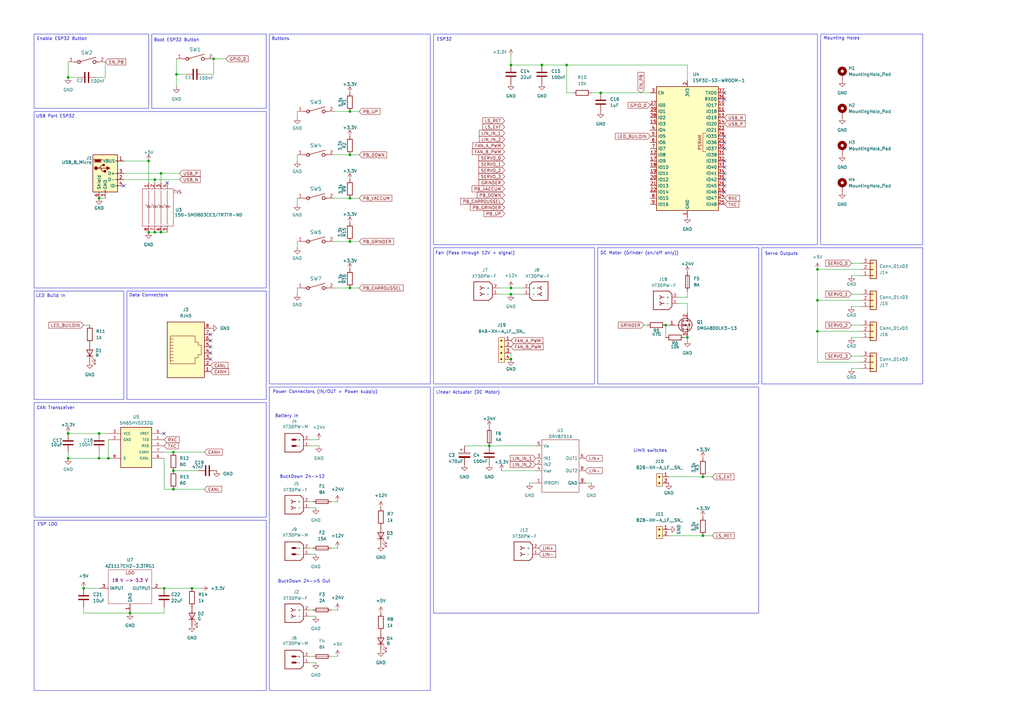
<source format=kicad_sch>
(kicad_sch (version 20231120) (generator "eeschema") (generator_version "8.0")
  (paper "A3")
  (title_block (title "Arm drive JL") (date "2024-07-07") (rev "0") (company "Philippe Michaud"))
  (junction (at 246.38 38.1))
  (junction (at 222.25 26.67))
  (junction (at 78.74 241.3))
  (junction (at 143.51 45.72))
  (junction (at 67.31 241.3))
  (junction (at 60.96 95.25))
  (junction (at 143.51 81.28))
  (junction (at 71.12 193.04))
  (junction (at 44.45 187.96))
  (junction (at 335.28 135.89))
  (junction (at 27.94 177.8))
  (junction (at 53.34 251.46))
  (junction (at 66.04 95.25))
  (junction (at 143.51 99.06))
  (junction (at 71.12 200.66))
  (junction (at 273.05 133.35))
  (junction (at 281.94 138.43))
  (junction (at 60.96 66.04))
  (junction (at 143.51 63.5))
  (junction (at 40.64 81.28))
  (junction (at 209.55 120.65))
  (junction (at 72.39 30.48))
  (junction (at 40.64 187.96))
  (junction (at 209.55 26.67))
  (junction (at 335.28 123.19))
  (junction (at 209.55 118.11))
  (junction (at 27.94 31.75))
  (junction (at 63.5 95.25))
  (junction (at 87.63 24.13))
  (junction (at 143.51 118.11))
  (junction (at 288.29 195.58))
  (junction (at 66.04 71.12))
  (junction (at 200.66 182.88))
  (junction (at 71.12 185.42))
  (junction (at 34.29 241.3))
  (junction (at 232.41 26.67))
  (junction (at 27.94 187.96))
  (junction (at 63.5 73.66))
  (junction (at 335.28 110.49))
  (junction (at 209.55 147.32))
  (junction (at 288.29 219.71))
  (junction (at 40.64 177.8))
  (no_connect (at 67.31 177.8))
  (no_connect (at 297.18 40.64))
  (no_connect (at 297.18 73.66))
  (no_connect (at 86.36 147.32))
  (no_connect (at 297.18 58.42))
  (no_connect (at 297.18 71.12))
  (no_connect (at 50.8 76.2))
  (no_connect (at 297.18 38.1))
  (no_connect (at 297.18 76.2))
  (no_connect (at 68.58 74.93))
  (no_connect (at 86.36 142.24))
  (no_connect (at 297.18 55.88))
  (no_connect (at 297.18 68.58))
  (no_connect (at 86.36 137.16))
  (no_connect (at 86.36 139.7))
  (no_connect (at 86.36 144.78))
  (no_connect (at 297.18 60.96))
  (no_connect (at 297.18 78.74))
  (no_connect (at 297.18 66.04))
  (wire (pts (xy 138.43 224.79) (xy 135.89 224.79)))
  (wire (pts (xy 27.94 31.75) (xy 31.75 31.75)))
  (wire (pts (xy 92.71 24.13) (xy 87.63 24.13)))
  (wire (pts (xy 143.51 45.72) (xy 137.16 45.72)))
  (wire (pts (xy 63.5 73.66) (xy 73.66 73.66)))
  (wire (pts (xy 242.57 38.1) (xy 246.38 38.1)))
  (wire (pts (xy 66.04 71.12) (xy 66.04 74.93)))
  (wire (pts (xy 200.66 182.88) (xy 219.71 182.88)))
  (wire (pts (xy 143.51 118.11) (xy 137.16 118.11)))
  (wire (pts (xy 205.74 193.04) (xy 219.71 193.04)))
  (wire (pts (xy 292.1 195.58) (xy 288.29 195.58)))
  (wire (pts (xy 281.94 26.67) (xy 281.94 33.02)))
  (wire (pts (xy 278.13 121.92) (xy 281.94 121.92)))
  (wire (pts (xy 129.54 208.28) (xy 127 208.28)))
  (wire (pts (xy 138.43 205.74) (xy 135.89 205.74)))
  (wire (pts (xy 44.45 180.34) (xy 44.45 187.96)))
  (wire (pts (xy 128.27 269.24) (xy 127 269.24)))
  (wire (pts (xy 281.94 119.38) (xy 281.94 121.92)))
  (wire (pts (xy 281.94 124.46) (xy 278.13 124.46)))
  (wire (pts (xy 129.54 227.33) (xy 127 227.33)))
  (wire (pts (xy 281.94 139.7) (xy 281.94 138.43)))
  (wire (pts (xy 353.06 133.35) (xy 349.25 133.35)))
  (wire (pts (xy 353.06 146.05) (xy 349.25 146.05)))
  (wire (pts (xy 335.28 110.49) (xy 335.28 123.19)))
  (wire (pts (xy 353.06 113.03) (xy 349.25 113.03)))
  (wire (pts (xy 72.39 35.56) (xy 72.39 30.48)))
  (wire (pts (xy 72.39 30.48) (xy 72.39 24.13)))
  (wire (pts (xy 209.55 144.78) (xy 209.55 147.32)))
  (wire (pts (xy 67.31 248.92) (xy 67.31 251.46)))
  (wire (pts (xy 121.92 101.6) (xy 121.92 99.06)))
  (wire (pts (xy 280.67 138.43) (xy 281.94 138.43)))
  (wire (pts (xy 190.5 182.88) (xy 200.66 182.88)))
  (wire (pts (xy 209.55 118.11) (xy 214.63 118.11)))
  (wire (pts (xy 121.92 48.26) (xy 121.92 45.72)))
  (wire (pts (xy 353.06 138.43) (xy 349.25 138.43)))
  (wire (pts (xy 66.04 71.12) (xy 73.66 71.12)))
  (wire (pts (xy 288.29 195.58) (xy 274.32 195.58)))
  (wire (pts (xy 209.55 26.67) (xy 222.25 26.67)))
  (wire (pts (xy 40.64 187.96) (xy 44.45 187.96)))
  (wire (pts (xy 60.96 66.04) (xy 60.96 74.93)))
  (wire (pts (xy 335.28 123.19) (xy 335.28 135.89)))
  (wire (pts (xy 50.8 71.12) (xy 66.04 71.12)))
  (wire (pts (xy 335.28 135.89) (xy 335.28 148.59)))
  (wire (pts (xy 34.29 241.3) (xy 40.64 241.3)))
  (wire (pts (xy 83.82 30.48) (xy 87.63 30.48)))
  (wire (pts (xy 217.17 198.12) (xy 219.71 198.12)))
  (wire (pts (xy 67.31 251.46) (xy 53.34 251.46)))
  (wire (pts (xy 273.05 133.35) (xy 273.05 138.43)))
  (wire (pts (xy 246.38 38.1) (xy 266.7 38.1)))
  (wire (pts (xy 222.25 26.67) (xy 232.41 26.67)))
  (wire (pts (xy 281.94 124.46) (xy 281.94 128.27)))
  (wire (pts (xy 87.63 30.48) (xy 87.63 24.13)))
  (wire (pts (xy 335.28 110.49) (xy 353.06 110.49)))
  (wire (pts (xy 71.12 200.66) (xy 67.31 200.66)))
  (wire (pts (xy 34.29 248.92) (xy 34.29 251.46)))
  (wire (pts (xy 204.47 118.11) (xy 209.55 118.11)))
  (wire (pts (xy 121.92 83.82) (xy 121.92 81.28)))
  (wire (pts (xy 274.32 219.71) (xy 288.29 219.71)))
  (wire (pts (xy 121.92 66.04) (xy 121.92 63.5)))
  (wire (pts (xy 82.55 241.3) (xy 78.74 241.3)))
  (wire (pts (xy 83.82 185.42) (xy 71.12 185.42)))
  (wire (pts (xy 353.06 107.95) (xy 349.25 107.95)))
  (wire (pts (xy 128.27 250.19) (xy 127 250.19)))
  (wire (pts (xy 121.92 120.65) (xy 121.92 118.11)))
  (wire (pts (xy 137.16 99.06) (xy 143.51 99.06)))
  (wire (pts (xy 137.16 63.5) (xy 143.51 63.5)))
  (wire (pts (xy 53.34 251.46) (xy 34.29 251.46)))
  (wire (pts (xy 67.31 200.66) (xy 67.31 187.96)))
  (wire (pts (xy 281.94 26.67) (xy 232.41 26.67)))
  (wire (pts (xy 353.06 125.73) (xy 349.25 125.73)))
  (wire (pts (xy 40.64 81.28) (xy 43.18 81.28)))
  (wire (pts (xy 27.94 25.4) (xy 27.94 31.75)))
  (wire (pts (xy 36.83 133.35) (xy 34.29 133.35)))
  (wire (pts (xy 78.74 241.3) (xy 67.31 241.3)))
  (wire (pts (xy 292.1 219.71) (xy 288.29 219.71)))
  (wire (pts (xy 66.04 95.25) (xy 68.58 95.25)))
  (wire (pts (xy 204.47 120.65) (xy 209.55 120.65)))
  (wire (pts (xy 128.27 205.74) (xy 127 205.74)))
  (wire (pts (xy 83.82 200.66) (xy 71.12 200.66)))
  (wire (pts (xy 128.27 224.79) (xy 127 224.79)))
  (wire (pts (xy 67.31 185.42) (xy 71.12 185.42)))
  (wire (pts (xy 127 182.88) (xy 130.81 182.88)))
  (wire (pts (xy 138.43 250.19) (xy 135.89 250.19)))
  (wire (pts (xy 335.28 135.89) (xy 353.06 135.89)))
  (wire (pts (xy 60.96 95.25) (xy 63.5 95.25)))
  (wire (pts (xy 43.18 31.75) (xy 43.18 25.4)))
  (wire (pts (xy 242.57 198.12) (xy 240.03 198.12)))
  (wire (pts (xy 138.43 269.24) (xy 135.89 269.24)))
  (wire (pts (xy 129.54 271.78) (xy 127 271.78)))
  (wire (pts (xy 27.94 187.96) (xy 40.64 187.96)))
  (wire (pts (xy 40.64 177.8) (xy 44.45 177.8)))
  (wire (pts (xy 27.94 177.8) (xy 40.64 177.8)))
  (wire (pts (xy 39.37 31.75) (xy 43.18 31.75)))
  (wire (pts (xy 143.51 81.28) (xy 137.16 81.28)))
  (wire (pts (xy 264.16 133.35) (xy 265.43 133.35)))
  (wire (pts (xy 130.81 180.34) (xy 127 180.34)))
  (wire (pts (xy 27.94 185.42) (xy 27.94 187.96)))
  (wire (pts (xy 232.41 26.67) (xy 232.41 38.1)))
  (wire (pts (xy 147.32 81.28) (xy 143.51 81.28)))
  (wire (pts (xy 50.8 66.04) (xy 60.96 66.04)))
  (wire (pts (xy 232.41 38.1) (xy 234.95 38.1)))
  (wire (pts (xy 353.06 120.65) (xy 349.25 120.65)))
  (wire (pts (xy 81.28 193.04) (xy 71.12 193.04)))
  (wire (pts (xy 353.06 151.13) (xy 349.25 151.13)))
  (wire (pts (xy 209.55 120.65) (xy 214.63 120.65)))
  (wire (pts (xy 63.5 73.66) (xy 63.5 74.93)))
  (wire (pts (xy 143.51 63.5) (xy 147.32 63.5)))
  (wire (pts (xy 335.28 148.59) (xy 353.06 148.59)))
  (wire (pts (xy 129.54 252.73) (xy 127 252.73)))
  (wire (pts (xy 209.55 22.86) (xy 209.55 26.67)))
  (wire (pts (xy 143.51 99.06) (xy 147.32 99.06)))
  (wire (pts (xy 50.8 73.66) (xy 63.5 73.66)))
  (wire (pts (xy 147.32 118.11) (xy 143.51 118.11)))
  (wire (pts (xy 335.28 123.19) (xy 353.06 123.19)))
  (wire (pts (xy 40.64 185.42) (xy 40.64 187.96)))
  (wire (pts (xy 67.31 241.3) (xy 66.04 241.3)))
  (wire (pts (xy 147.32 45.72) (xy 143.51 45.72)))
  (wire (pts (xy 273.05 133.35) (xy 274.32 133.35)))
  (wire (pts (xy 63.5 95.25) (xy 66.04 95.25)))
  (wire (pts (xy 76.2 30.48) (xy 72.39 30.48)))
  (rectangle (start 110.49 13.97) (end 176.53 157.48))
  (rectangle (start 62.23 13.97) (end 109.22 44.45))
  (rectangle (start 13.97 119.38) (end 50.8 163.83))
  (rectangle (start 177.8 13.97) (end 335.28 100.33))
  (rectangle (start 110.49 158.75) (end 176.53 283.21))
  (rectangle (start 336.55 13.97) (end 378.46 100.33))
  (rectangle (start 245.11 101.6) (end 311.15 157.48))
  (rectangle (start 13.97 45.72) (end 109.22 118.11))
  (rectangle (start 13.97 13.97) (end 60.96 44.45))
  (rectangle (start 177.8 101.6) (end 243.84 157.48))
  (rectangle (start 13.97 165.1) (end 109.22 212.09))
  (rectangle (start 177.8 158.75) (end 311.15 251.46))
  (rectangle (start 52.07 119.38) (end 109.22 163.83))
  (rectangle (start 13.97 213.36) (end 109.22 283.21))
  (rectangle (start 312.42 101.6) (end 378.46 157.48))
  (text "Boot ESP32 Button" (at 72.39 16.51 0) (effects (font (size 1.27 1.27))))
  (text "LED Build In" (at 14.732 121.412 0) (effects (font (size 1.27 1.27)) (justify left)))
  (text "Enable ESP32 Button" (at 25.4 16.002 0) (effects (font (size 1.27 1.27))))
  (text "Servo Outputs" (at 313.69 104.14 0) (effects (font (size 1.27 1.27)) (justify left)))
  (text "CAN Transceiver" (at 14.986 167.386 0) (effects (font (size 1.27 1.27)) (justify left)))
  (text "Limit switches" (at 266.7 184.912 0) (effects (font (size 1.27 1.27))))
  (text "DC Motor (Grinder (on/off only))" (at 246.126 103.886 0) (effects (font (size 1.27 1.27)) (justify left)))
  (text "Power Connectors (IN/OUT + Power supply)" (at 133.35 160.782 0) (effects (font (size 1.27 1.27))))
  (text "ESP LDO" (at 15.24 215.138 0) (effects (font (size 1.27 1.27)) (justify left)))
  (text "Buttons" (at 115.062 16.002 0) (effects (font (size 1.27 1.27))))
  (text "Data Connectors" (at 60.96 121.158 0) (effects (font (size 1.27 1.27))))
  (text "BuckDown 24->12" (at 123.952 195.58 0) (effects (font (size 1.27 1.27))))
  (text "BuckDown 24->5 Out" (at 124.714 238.506 0) (effects (font (size 1.27 1.27))))
  (text "Mounting Holes" (at 345.186 15.748 0) (effects (font (size 1.27 1.27))))
  (text "USB Port ESP32" (at 14.732 47.752 0) (effects (font (size 1.27 1.27)) (justify left)))
  (text "Fan (Pass through 12V + signal)" (at 178.562 103.886 0) (effects (font (size 1.27 1.27)) (justify left)))
  (text "Battery In" (at 117.602 170.688 0) (effects (font (size 1.27 1.27))))
  (text "Linear Actuator (DC Motor)" (at 178.816 161.036 0) (effects (font (size 1.27 1.27)) (justify left)))
  (text "ESP32" (at 179.07 16.256 0) (effects (font (size 1.27 1.27)) (justify left)))
  (global_label "CANH" (shape input) (at 86.36 152.4 0) (property "Intersheetrefs" "${INTERSHEET_REFS}" (effects (hide yes))))
  (global_label "GRINDER" (shape input) (at 264.16 133.35 180) (property "Intersheetrefs" "${INTERSHEET_REFS}" (effects (hide yes))))
  (global_label "PB_UP" (shape input) (at 147.32 45.72 0) (property "Intersheetrefs" "${INTERSHEET_REFS}" (effects (hide yes))))
  (global_label "SERVO_0" (shape input) (at 349.25 107.95 180) (property "Intersheetrefs" "${INTERSHEET_REFS}" (effects (hide yes))))
  (global_label "PB_CARROUSSEL" (shape input) (at 147.32 118.11 0) (property "Intersheetrefs" "${INTERSHEET_REFS}" (effects (hide yes))))
  (global_label "PB_DOWN" (shape input) (at 207.01 80.01 180) (property "Intersheetrefs" "${INTERSHEET_REFS}" (effects (hide yes))))
  (global_label "PB_DOWN" (shape input) (at 147.32 63.5 0) (property "Intersheetrefs" "${INTERSHEET_REFS}" (effects (hide yes))))
  (global_label "PB_VACCUM" (shape input) (at 207.01 77.47 180) (property "Intersheetrefs" "${INTERSHEET_REFS}" (effects (hide yes))))
  (global_label "LS_RET" (shape input) (at 207.01 49.53 180) (property "Intersheetrefs" "${INTERSHEET_REFS}" (effects (hide yes))))
  (global_label "PB_VACCUM" (shape input) (at 147.32 81.28 0) (property "Intersheetrefs" "${INTERSHEET_REFS}" (effects (hide yes))))
  (global_label "SERVO_1" (shape input) (at 207.01 67.31 180) (property "Intersheetrefs" "${INTERSHEET_REFS}" (effects (hide yes))))
  (global_label "RXC" (shape input) (at 297.18 81.28 0) (property "Intersheetrefs" "${INTERSHEET_REFS}" (effects (hide yes))))
  (global_label "LS_RET" (shape input) (at 292.1 219.71 0) (property "Intersheetrefs" "${INTERSHEET_REFS}" (effects (hide yes))))
  (global_label "USB_N" (shape input) (at 297.18 48.26 0) (property "Intersheetrefs" "${INTERSHEET_REFS}" (effects (hide yes))))
  (global_label "PB_GRINDER" (shape input) (at 207.01 85.09 180) (property "Intersheetrefs" "${INTERSHEET_REFS}" (effects (hide yes))))
  (global_label "USB_P" (shape input) (at 73.66 71.12 0) (property "Intersheetrefs" "${INTERSHEET_REFS}" (effects (hide yes))))
  (global_label "FAN_B_PWM" (shape input) (at 209.55 142.24 0) (property "Intersheetrefs" "${INTERSHEET_REFS}" (effects (hide yes))))
  (global_label "CANL" (shape input) (at 83.82 200.66 0) (property "Intersheetrefs" "${INTERSHEET_REFS}" (effects (hide yes))))
  (global_label "FAN_A_PWM" (shape input) (at 207.01 59.69 180) (property "Intersheetrefs" "${INTERSHEET_REFS}" (effects (hide yes))))
  (global_label "LIN_IN_1" (shape input) (at 219.71 187.96 180) (property "Intersheetrefs" "${INTERSHEET_REFS}" (effects (hide yes))))
  (global_label "CANL" (shape input) (at 86.36 149.86 0) (property "Intersheetrefs" "${INTERSHEET_REFS}" (effects (hide yes))))
  (global_label "SERVO_3" (shape input) (at 207.01 72.39 180) (property "Intersheetrefs" "${INTERSHEET_REFS}" (effects (hide yes))))
  (global_label "LIN_IN_2" (shape input) (at 219.71 190.5 180) (property "Intersheetrefs" "${INTERSHEET_REFS}" (effects (hide yes))))
  (global_label "SERVO_0" (shape input) (at 207.01 64.77 180) (property "Intersheetrefs" "${INTERSHEET_REFS}" (effects (hide yes))))
  (global_label "GPIO_0" (shape input) (at 92.71 24.13 0) (property "Intersheetrefs" "${INTERSHEET_REFS}" (effects (hide yes))))
  (global_label "FAN_A_PWM" (shape input) (at 209.55 139.7 0) (property "Intersheetrefs" "${INTERSHEET_REFS}" (effects (hide yes))))
  (global_label "RXC" (shape input) (at 67.31 180.34 0) (property "Intersheetrefs" "${INTERSHEET_REFS}" (effects (hide yes))))
  (global_label "SERVO_3" (shape input) (at 349.25 146.05 180) (property "Intersheetrefs" "${INTERSHEET_REFS}" (effects (hide yes))))
  (global_label "GPIO_0" (shape input) (at 266.7 43.18 180) (property "Intersheetrefs" "${INTERSHEET_REFS}" (effects (hide yes))))
  (global_label "LIN-" (shape input) (at 240.03 193.04 0) (property "Intersheetrefs" "${INTERSHEET_REFS}" (effects (hide yes))))
  (global_label "SERVO_1" (shape input) (at 349.25 120.65 180) (property "Intersheetrefs" "${INTERSHEET_REFS}" (effects (hide yes))))
  (global_label "LIN_IN_1" (shape input) (at 207.01 54.61 180) (property "Intersheetrefs" "${INTERSHEET_REFS}" (effects (hide yes))))
  (global_label "PB_UP" (shape input) (at 207.01 87.63 180) (property "Intersheetrefs" "${INTERSHEET_REFS}" (effects (hide yes))))
  (global_label "LS_EXT" (shape input) (at 207.01 52.07 180) (property "Intersheetrefs" "${INTERSHEET_REFS}" (effects (hide yes))))
  (global_label "LED_BUILDIN" (shape input) (at 34.29 133.35 180) (property "Intersheetrefs" "${INTERSHEET_REFS}" (effects (hide yes))))
  (global_label "TXC" (shape input) (at 67.31 182.88 0) (property "Intersheetrefs" "${INTERSHEET_REFS}" (effects (hide yes))))
  (global_label "USB_N" (shape input) (at 73.66 73.66 0) (property "Intersheetrefs" "${INTERSHEET_REFS}" (effects (hide yes))))
  (global_label "EN_PB" (shape input) (at 43.18 25.4 0) (property "Intersheetrefs" "${INTERSHEET_REFS}" (effects (hide yes))))
  (global_label "LIN+" (shape input) (at 240.03 187.96 0) (property "Intersheetrefs" "${INTERSHEET_REFS}" (effects (hide yes))))
  (global_label "EN_PB" (shape input) (at 262.89 38.1 90) (property "Intersheetrefs" "${INTERSHEET_REFS}" (effects (hide yes))))
  (global_label "PB_GRINDER" (shape input) (at 147.32 99.06 0) (property "Intersheetrefs" "${INTERSHEET_REFS}" (effects (hide yes))))
  (global_label "LIN_IN_2" (shape input) (at 207.01 57.15 180) (property "Intersheetrefs" "${INTERSHEET_REFS}" (effects (hide yes))))
  (global_label "SERVO_2" (shape input) (at 207.01 69.85 180) (property "Intersheetrefs" "${INTERSHEET_REFS}" (effects (hide yes))))
  (global_label "LS_EXT" (shape input) (at 292.1 195.58 0) (property "Intersheetrefs" "${INTERSHEET_REFS}" (effects (hide yes))))
  (global_label "PB_CARROUSSEL" (shape input) (at 207.01 82.55 180) (property "Intersheetrefs" "${INTERSHEET_REFS}" (effects (hide yes))))
  (global_label "CANH" (shape input) (at 83.82 185.42 0) (property "Intersheetrefs" "${INTERSHEET_REFS}" (effects (hide yes))))
  (global_label "TXC" (shape input) (at 297.18 83.82 0) (property "Intersheetrefs" "${INTERSHEET_REFS}" (effects (hide yes))))
  (global_label "LED_BUILDIN" (shape input) (at 266.7 55.88 180) (property "Intersheetrefs" "${INTERSHEET_REFS}" (effects (hide yes))))
  (global_label "SERVO_2" (shape input) (at 349.25 133.35 180) (property "Intersheetrefs" "${INTERSHEET_REFS}" (effects (hide yes))))
  (global_label "USB_P" (shape input) (at 297.18 50.8 0) (property "Intersheetrefs" "${INTERSHEET_REFS}" (effects (hide yes))))
  (global_label "GRINDER" (shape input) (at 207.01 74.93 180) (property "Intersheetrefs" "${INTERSHEET_REFS}" (effects (hide yes))))
  (global_label "LIN-" (shape input) (at 220.98 227.33 0) (property "Intersheetrefs" "${INTERSHEET_REFS}" (effects (hide yes))))
  (global_label "FAN_B_PWM" (shape input) (at 207.01 62.23 180) (property "Intersheetrefs" "${INTERSHEET_REFS}" (effects (hide yes))))
  (global_label "LIN+" (shape input) (at 220.98 224.79 0) (property "Intersheetrefs" "${INTERSHEET_REFS}" (effects (hide yes))))
  (symbol (lib_id "power:+3.3V") (at 143.51 55.88 0) (unit 1)
    (property "Reference" "#PWR06" (effects (hide yes)))
    (property "Value" "+3.3V" (at 143.51 52.324 0))
    (property "Description" "Power symbol creates a global label with name \"+3.3V\"" (effects (hide yes)))
  )
  (symbol (lib_id "Device:C") (at 27.94 181.61 0) (unit 1)
    (property "Reference" "C17" (at 21.59 180.594 0) (effects (justify left)))
    (property "Value" "10uF" (at 20.828 182.372 0) (effects (justify left)))
    (property "Footprint" "Capacitor_SMD:C_0805_2012Metric_Pad1.18x1.45mm_HandSolder" (effects (hide yes)))
    (property "Description" "Unpolarized capacitor" (effects (hide yes)))
  )
  (symbol (lib_id "power:GND") (at 129.54 271.78 0) (unit 1)
    (property "Reference" "#PWR021" (effects (hide yes)))
    (property "Value" "GND" (at 129.54 276.86 0))
    (property "Description" "Power symbol creates a global label with name \"GND\" , ground" (effects (hide yes)))
  )
  (symbol (lib_id "power:GND") (at 27.94 31.75 0) (unit 1)
    (property "Reference" "#PWR02" (effects (hide yes)))
    (property "Value" "GND" (at 27.94 36.83 0))
    (property "Description" "Power symbol creates a global label with name \"GND\" , ground" (effects (hide yes)))
  )
  (symbol (lib_id "Device:LED") (at 156.21 262.89 90) (unit 1)
    (property "Reference" "D4" (at 158.496 261.874 90) (effects (justify right)))
    (property "Value" "B" (at 158.496 263.906 90) (effects (justify right)))
    (property "Footprint" "LED_SMD:LED_0805_2012Metric_Pad1.15x1.40mm_HandSolder" (effects (hide yes)))
    (property "Datasheet" "https://www.we-online.com/components/products/datasheet/150080SS75000.pdf" (effects (hide yes)))
    (property "Description" "Light emitting diode | 150080SS75000" (effects (hide yes)))
  )
  (symbol (lib_id "power:GND") (at 242.57 198.12 0) (unit 1)
    (property "Reference" "#PWR052" (effects (hide yes)))
    (property "Value" "GND" (at 242.57 203.2 0))
    (property "Description" "Power symbol creates a global label with name \"GND\" , ground" (effects (hide yes)))
  )
  (symbol (lib_id "Device:R") (at 143.51 59.69 180) (unit 1)
    (property "Reference" "R2" (at 141.224 59.69 90))
    (property "Value" "3.3k" (at 139.446 59.69 90))
    (property "Footprint" "Resistor_SMD:R_0805_2012Metric_Pad1.20x1.40mm_HandSolder" (effects (hide yes)))
    (property "Description" "Resistor" (effects (hide yes)))
  )
  (symbol (lib_id "power:GND") (at 129.54 227.33 0) (unit 1)
    (property "Reference" "#PWR012" (effects (hide yes)))
    (property "Value" "GND" (at 129.54 232.41 0))
    (property "Description" "Power symbol creates a global label with name \"GND\" , ground" (effects (hide yes)))
  )
  (symbol (lib_id "power:GND") (at 88.9 193.04 0) (unit 1)
    (property "Reference" "#PWR032" (effects (hide yes)))
    (property "Value" "GND" (at 91.44 194.3099 0) (effects (justify left)))
    (property "Description" "Power symbol creates a global label with name \"GND\" , ground" (effects (hide yes)))
  )
  (symbol (lib_id "power:+3.3V") (at 82.55 241.3 270) (unit 1)
    (property "Reference" "#PWR040" (effects (hide yes)))
    (property "Value" "+3.3V" (at 86.36 241.2999 90) (effects (justify left)))
    (property "Description" "Power symbol creates a global label with name \"+3.3V\"" (effects (hide yes)))
  )
  (symbol (lib_id "power:GND") (at 60.96 95.25 0) (unit 1)
    (property "Reference" "#PWR018" (effects (hide yes)))
    (property "Value" "GND" (at 60.96 100.33 0))
    (property "Description" "Power symbol creates a global label with name \"GND\" , ground" (effects (hide yes)))
  )
  (symbol (lib_id "XT30PW-M:XT30PW-M") (at 124.46 269.24 0) (unit 1)
    (property "Reference" "J6" (at 120.65 261.62 0))
    (property "Value" "XT30PW-M" (at 121.158 263.906 0))
    (property "Footprint" "Connector_AMASS:AMASS_XT30PW-M_1x02_P2.50mm_Horizontal" (effects (hide yes)))
    (property "MF" "AMASS" (effects (hide yes)))
    (property "MAXIMUM_PACKAGE_HEIGHT" "5 mm" (effects (hide yes)))
    (property "Package" "None" (effects (hide yes)))
    (property "Price" "None" (effects (hide yes)))
    (property "Check_prices" "https://www.snapeda.com/parts/XT30PW-M/AMASS/view-part/?ref=eda" (effects (hide yes)))
    (property "STANDARD" "Manufacturer Recommendations" (effects (hide yes)))
    (property "PARTREV" "1.2" (effects (hide yes)))
    (property "SnapEDA_Link" "https://www.snapeda.com/parts/XT30PW-M/AMASS/view-part/?ref=snap" (effects (hide yes)))
    (property "MP" "XT30PW-M" (effects (hide yes)))
    (property "Description_1" "\nSocket; DC supply; XT30; male; PIN: 2; on PCBs; THT; Colour: yellow\n" (effects (hide yes)))
    (property "MANUFACTURER" "Amass" (effects (hide yes)))
    (property "Availability" "Not in stock" (effects (hide yes)))
    (property "SNAPEDA_PN" "XT30PW-M" (effects (hide yes)))
  )
  (symbol (lib_id "Custom:TVS_-_150-SMDB03CE3/TR7TR-ND") (at 64.77 85.09 0) (unit 1)
    (property "Reference" "U3" (at 71.882 86.106 0) (effects (justify left)))
    (property "Value" "150-SMDB03CE3/TR7TR-ND" (at 71.628 88.138 0) (effects (justify left)))
    (property "Footprint" "Package_SO:SOIC-8-1EP_3.9x4.9mm_P1.27mm_EP2.29x3mm" (effects (hide yes)))
    (property "Datasheet" "150-SMDB03CE3/TR7TR-ND" (effects (hide yes)))
  )
  (symbol (lib_id "Device:R") (at 288.29 191.77 0) (mirror x) (unit 1)
    (property "Reference" "R3" (at 286.004 191.77 90))
    (property "Value" "3.3k" (at 284.48 191.77 90))
    (property "Footprint" "Resistor_SMD:R_0805_2012Metric_Pad1.20x1.40mm_HandSolder" (effects (hide yes)))
    (property "Description" "Resistor" (effects (hide yes)))
  )
  (symbol (lib_id "power:+7.5V") (at 27.94 177.8 0) (unit 1)
    (property "Reference" "#PWR030" (effects (hide yes)))
    (property "Value" "+3.3V" (at 27.94 174.244 0))
    (property "Description" "Power symbol creates a global label with name \"+7.5V\"" (effects (hide yes)))
  )
  (symbol (lib_id "power:+3.3V") (at 143.51 38.1 0) (unit 1)
    (property "Reference" "#PWR01" (effects (hide yes)))
    (property "Value" "+3.3V" (at 143.51 34.544 0))
    (property "Description" "Power symbol creates a global label with name \"+3.3V\"" (effects (hide yes)))
  )
  (symbol (lib_id "Device:C") (at 67.31 245.11 0) (unit 1)
    (property "Reference" "C22" (at 70.104 243.84 0) (effects (justify left)))
    (property "Value" "22uF" (at 70.104 246.38 0) (effects (justify left)))
    (property "Footprint" "Capacitor_SMD:C_0805_2012Metric_Pad1.18x1.45mm_HandSolder" (effects (hide yes)))
    (property "Description" "Unpolarized capacitor" (effects (hide yes)))
  )
  (symbol (lib_id "power:+3.3V") (at 288.29 187.96 0) (unit 1)
    (property "Reference" "#PWR037" (effects (hide yes)))
    (property "Value" "+3.3V" (at 288.29 184.404 0))
    (property "Description" "Power symbol creates a global label with name \"+3.3V\"" (effects (hide yes)))
  )
  (symbol (lib_id "Device:R") (at 238.76 38.1 90) (unit 1)
    (property "Reference" "R10" (at 238.76 31.75 90))
    (property "Value" "10k" (at 238.76 34.29 90))
    (property "Footprint" "Resistor_SMD:R_0805_2012Metric_Pad1.20x1.40mm_HandSolder" (effects (hide yes)))
    (property "Description" "Resistor" (effects (hide yes)))
  )
  (symbol (lib_id "Device:R") (at 143.51 114.3 0) (unit 1)
    (property "Reference" "R16" (at 141.224 114.3 90))
    (property "Value" "3.3k" (at 139.7 114.3 90))
    (property "Footprint" "Resistor_SMD:R_0805_2012Metric_Pad1.20x1.40mm_HandSolder" (effects (hide yes)))
    (property "Description" "Resistor" (effects (hide yes)))
  )
  (symbol (lib_id "Device:C") (at 40.64 181.61 0) (unit 1)
    (property "Reference" "C18" (at 34.29 180.594 0) (effects (justify left)))
    (property "Value" "100nF" (at 32.258 182.372 0) (effects (justify left)))
    (property "Footprint" "Capacitor_SMD:C_0805_2012Metric_Pad1.18x1.45mm_HandSolder" (effects (hide yes)))
    (property "Description" "Unpolarized capacitor" (effects (hide yes)))
  )
  (symbol (lib_id "power:GND") (at 222.25 34.29 0) (unit 1)
    (property "Reference" "#PWR023" (effects (hide yes)))
    (property "Value" "GND" (at 222.25 39.37 0))
    (property "Description" "Power symbol creates a global label with name \"GND\" , ground" (effects (hide yes)))
  )
  (symbol (lib_id "power:GND") (at 209.55 34.29 0) (unit 1)
    (property "Reference" "#PWR022" (effects (hide yes)))
    (property "Value" "GND" (at 209.55 39.37 0))
    (property "Description" "Power symbol creates a global label with name \"GND\" , ground" (effects (hide yes)))
  )
  (symbol (lib_id "Transistor_FET:RS9N50D") (at 279.4 133.35 0) (unit 1)
    (property "Reference" "Q1" (at 285.75 132.0799 0) (effects (justify left)))
    (property "Value" "DMG4800LK3-13" (at 285.75 134.6199 0) (effects (justify left)))
    (property "Footprint" "Package_TO_SOT_SMD:TO-252-2" (effects (hide yes)))
    (property "Description" "30V, 10A (Ta) " (effects (hide yes)))
  )
  (symbol (lib_id "Device:C") (at 246.38 41.91 0) (unit 1)
    (property "Reference" "C16" (at 250.19 40.6399 0) (effects (justify left)))
    (property "Value" "1uF" (at 250.19 43.1799 0) (effects (justify left)))
    (property "Footprint" "Capacitor_SMD:C_0805_2012Metric_Pad1.18x1.45mm_HandSolder" (effects (hide yes)))
    (property "Description" "Unpolarized capacitor" (effects (hide yes)))
  )
  (symbol (lib_id "Device:Fuse") (at 132.08 224.79 90) (unit 1)
    (property "Reference" "F2" (at 132.08 218.44 90))
    (property "Value" "15A" (at 132.08 220.98 90))
    (property "Footprint" "3568-20:FUSE_3568-20" (effects (hide yes)))
    (property "Description" "Fuse" (effects (hide yes)))
  )
  (symbol (lib_id "power:GND") (at 217.17 198.12 0) (unit 1)
    (property "Reference" "#PWR051" (effects (hide yes)))
    (property "Value" "GND" (at 217.17 203.2 0))
    (property "Description" "Power symbol creates a global label with name \"GND\" , ground" (effects (hide yes)))
  )
  (symbol (lib_id "power:+5V") (at 156.21 251.46 0) (unit 1)
    (property "Reference" "#PWR059" (effects (hide yes)))
    (property "Value" "+5V" (at 156.21 246.38 0))
    (property "Description" "Power symbol creates a global label with name \"+5V\"" (effects (hide yes)))
  )
  (symbol (lib_id "Device:Fuse") (at 132.08 205.74 90) (unit 1)
    (property "Reference" "F1" (at 132.08 199.39 90))
    (property "Value" "8A" (at 132.08 201.93 90))
    (property "Footprint" "3568-20:FUSE_3568-20" (effects (hide yes)))
    (property "Description" "Fuse" (effects (hide yes)))
  )
  (symbol (lib_id "Connector_Generic:Conn_01x03") (at 358.14 123.19 0) (mirror x) (unit 1)
    (property "Reference" "J15" (at 360.68 124.4601 0) (effects (justify left)))
    (property "Value" "Conn_01x03" (at 360.68 121.9201 0) (effects (justify left)))
    (property "Footprint" "Connector_PinHeader_2.54mm:PinHeader_1x03_P2.54mm_Vertical" (effects (hide yes)))
    (property "Description" "Generic connector, single row, 01x03, script generated (kicad-library-utils/schlib/autogen/connector/)" (effects (hide yes)))
  )
  (symbol (lib_id "Device:LED") (at 36.83 144.78 90) (unit 1)
    (property "Reference" "D1" (at 39.116 143.764 90) (effects (justify right)))
    (property "Value" "R" (at 39.116 145.796 90) (effects (justify right)))
    (property "Footprint" "LED_SMD:LED_0805_2012Metric_Pad1.15x1.40mm_HandSolder" (effects (hide yes)))
    (property "Datasheet" "https://www.we-online.com/components/products/datasheet/150080SS75000.pdf" (effects (hide yes)))
    (property "Description" "Light emitting diode | 150080SS75000" (effects (hide yes)))
  )
  (symbol (lib_id "RF_Module:ESP32-S3-WROOM-1") (at 281.94 60.96 0) (unit 1)
    (property "Reference" "U4" (at 284.1341 30.48 0) (effects (justify left)))
    (property "Value" "ESP32-S3-WROOM-1" (at 284.1341 33.02 0) (effects (justify left)))
    (property "Footprint" "RF_Module:ESP32-S3-WROOM-1" (effects (hide yes)))
    (property "Datasheet" "https://www.espressif.com/sites/default/files/documentation/esp32-s3-wroom-1_wroom-1u_datasheet_en.pdf" (effects (hide yes)))
    (property "Description" "RF Module, ESP32-S3 SoC, Wi-Fi 802.11b/g/n, Bluetooth, BLE, 32-bit, 3.3V, onboard antenna, SMD" (effects (hide yes)))
  )
  (symbol (lib_id "power:+7.5V") (at 205.74 193.04 0) (unit 1)
    (property "Reference" "#PWR050" (effects (hide yes)))
    (property "Value" "+3.3V" (at 205.74 189.484 0))
    (property "Description" "Power symbol creates a global label with name \"+7.5V\"" (effects (hide yes)))
  )
  (symbol (lib_id "power:GND") (at 40.64 81.28 0) (unit 1)
    (property "Reference" "#PWR015" (effects (hide yes)))
    (property "Value" "GND" (at 40.64 85.344 0))
    (property "Description" "Power symbol creates a global label with name \"GND\" , ground" (effects (hide yes)))
  )
  (symbol (lib_id "power:GND") (at 349.25 113.03 0) (unit 1)
    (property "Reference" "#PWR045" (effects (hide yes)))
    (property "Value" "GND" (at 349.25 116.586 0))
    (property "Description" "Power symbol creates a global label with name \"GND\" , ground" (effects (hide yes)))
  )
  (symbol (lib_id "power:+5V") (at 138.43 269.24 0) (unit 1)
    (property "Reference" "#PWR017" (effects (hide yes)))
    (property "Value" "+5V" (at 138.43 264.16 0))
    (property "Description" "Power symbol creates a global label with name \"+5V\"" (effects (hide yes)))
  )
  (symbol (lib_id "power:GND") (at 86.36 134.62 90) (unit 1)
    (property "Reference" "#PWR025" (effects (hide yes)))
    (property "Value" "GND" (at 90.17 134.6199 90) (effects (justify right)))
    (property "Description" "Power symbol creates a global label with name \"GND\" , ground" (effects (hide yes)))
  )
  (symbol (lib_id "XT30PW-F:XT30PW-F") (at 217.17 120.65 180) (unit 1)
    (property "Reference" "J8" (at 218.948 110.744 0) (effects (justify right)))
    (property "Value" "XT30PW-F" (at 215.392 113.284 0) (effects (justify right)))
    (property "Footprint" "Connector_AMASS:AMASS_XT30PW-F_1x02_P2.50mm_Horizontal" (effects (hide yes)))
    (property "MF" "amass" (effects (hide yes)))
    (property "MAXIMUM_PACKAGE_HEIGHT" "5 mm" (effects (hide yes)))
    (property "Package" "None" (effects (hide yes)))
    (property "Price" "None" (effects (hide yes)))
    (property "Check_prices" "https://www.snapeda.com/parts/XT30PW-F/AMASS/view-part/?ref=eda" (effects (hide yes)))
    (property "STANDARD" "Manufacturer Recommendations" (effects (hide yes)))
    (property "PARTREV" "1.2" (effects (hide yes)))
    (property "SnapEDA_Link" "https://www.snapeda.com/parts/XT30PW-F/AMASS/view-part/?ref=snap" (effects (hide yes)))
    (property "MP" "XT30PW-F" (effects (hide yes)))
    (property "Description_1" "\nSocket; DC supply; XT30; female; PIN: 2; on PCBs; THT; yellow; 15A\n" (effects (hide yes)))
    (property "MANUFACTURER" "Amass" (effects (hide yes)))
    (property "Availability" "Not in stock" (effects (hide yes)))
    (property "SNAPEDA_PN" "XT30PW-F" (effects (hide yes)))
  )
  (symbol (lib_id "TS09_63_25_WT_160_SMT_TR:TS09-63-25-WT-160-SMT-TR") (at 72.39 24.13 0) (unit 1)
    (property "Reference" "SW1" (at 80.01 20.32 0) (effects (font (size 1.524 1.524))))
    (property "Value" "TS09-63-25-WT-160-SMT-TR" (effects (hide yes)))
    (property "Footprint" "TS09_63_25_WT_160_SMT_TR:SW_TS09-63-25_CUD" (effects (hide yes)))
    (property "Datasheet" "TS09-63-25-WT-160-SMT-TR" (effects (hide yes)))
  )
  (symbol (lib_id "power:GND") (at 349.25 138.43 0) (unit 1)
    (property "Reference" "#PWR053" (effects (hide yes)))
    (property "Value" "GND" (at 349.25 141.986 0))
    (property "Description" "Power symbol creates a global label with name \"GND\" , ground" (effects (hide yes)))
  )
  (symbol (lib_id "XT30PW-F:XT30PW-F") (at 124.46 252.73 0) (mirror x) (unit 1)
    (property "Reference" "J2" (at 122.682 242.824 0) (effects (justify right)))
    (property "Value" "XT30PW-F" (at 126.238 245.364 0) (effects (justify right)))
    (property "Footprint" "Connector_AMASS:AMASS_XT30PW-F_1x02_P2.50mm_Horizontal" (effects (hide yes)))
    (property "MF" "amass" (effects (hide yes)))
    (property "MAXIMUM_PACKAGE_HEIGHT" "5 mm" (effects (hide yes)))
    (property "Package" "None" (effects (hide yes)))
    (property "Price" "None" (effects (hide yes)))
    (property "Check_prices" "https://www.snapeda.com/parts/XT30PW-F/AMASS/view-part/?ref=eda" (effects (hide yes)))
    (property "STANDARD" "Manufacturer Recommendations" (effects (hide yes)))
    (property "PARTREV" "1.2" (effects (hide yes)))
    (property "SnapEDA_Link" "https://www.snapeda.com/parts/XT30PW-F/AMASS/view-part/?ref=snap" (effects (hide yes)))
    (property "MP" "XT30PW-F" (effects (hide yes)))
    (property "Description_1" "\nSocket; DC supply; XT30; female; PIN: 2; on PCBs; THT; yellow; 15A\n" (effects (hide yes)))
    (property "MANUFACTURER" "Amass" (effects (hide yes)))
    (property "Availability" "Not in stock" (effects (hide yes)))
    (property "SNAPEDA_PN" "XT30PW-F" (effects (hide yes)))
  )
  (symbol (lib_id "XT30PW-F:XT30PW-F") (at 201.93 120.65 0) (mirror x) (unit 1)
    (property "Reference" "J7" (at 200.152 110.744 0) (effects (justify right)))
    (property "Value" "XT30PW-F" (at 203.708 113.284 0) (effects (justify right)))
    (property "Footprint" "Connector_AMASS:AMASS_XT30PW-F_1x02_P2.50mm_Horizontal" (effects (hide yes)))
    (property "MF" "amass" (effects (hide yes)))
    (property "MAXIMUM_PACKAGE_HEIGHT" "5 mm" (effects (hide yes)))
    (property "Package" "None" (effects (hide yes)))
    (property "Price" "None" (effects (hide yes)))
    (property "Check_prices" "https://www.snapeda.com/parts/XT30PW-F/AMASS/view-part/?ref=eda" (effects (hide yes)))
    (property "STANDARD" "Manufacturer Recommendations" (effects (hide yes)))
    (property "PARTREV" "1.2" (effects (hide yes)))
    (property "SnapEDA_Link" "https://www.snapeda.com/parts/XT30PW-F/AMASS/view-part/?ref=snap" (effects (hide yes)))
    (property "MP" "XT30PW-F" (effects (hide yes)))
    (property "Description_1" "\nSocket; DC supply; XT30; female; PIN: 2; on PCBs; THT; yellow; 15A\n" (effects (hide yes)))
    (property "MANUFACTURER" "Amass" (effects (hide yes)))
    (property "Availability" "Not in stock" (effects (hide yes)))
    (property "SNAPEDA_PN" "XT30PW-F" (effects (hide yes)))
  )
  (symbol (lib_id "TS09_63_25_WT_160_SMT_TR:TS09-63-25-WT-160-SMT-TR") (at 121.92 81.28 0) (unit 1)
    (property "Reference" "SW5" (at 129.54 77.47 0) (effects (font (size 1.524 1.524))))
    (property "Value" "TS09-63-25-WT-160-SMT-TR" (effects (hide yes)))
    (property "Footprint" "TS09_63_25_WT_160_SMT_TR:SW_TS09-63-25_CUD" (effects (hide yes)))
    (property "Datasheet" "TS09-63-25-WT-160-SMT-TR" (effects (hide yes)))
  )
  (symbol (lib_id "Device:Fuse") (at 281.94 115.57 0) (unit 1)
    (property "Reference" "F5" (at 284.48 114.2999 0) (effects (justify left)))
    (property "Value" "8A" (at 284.48 116.8399 0) (effects (justify left)))
    (property "Footprint" "3568-20:FUSE_3568-20" (effects (hide yes)))
    (property "Description" "Fuse" (effects (hide yes)))
  )
  (symbol (lib_id "dk_Rectangular-Connectors-Headers-Male-Pins:B4B-XH-A_LF__SN_") (at 207.01 139.7 270) (unit 1)
    (property "Reference" "J19" (at 205.74 133.35 90))
    (property "Value" "B4B-XH-A_LF__SN_" (at 205.74 135.89 90))
    (property "Footprint" "Connector_JST:JST_XH_B4B-XH-A_1x04_P2.50mm_Vertical" (effects (hide yes)))
    (property "Datasheet" "http://www.jst-mfg.com/product/pdf/eng/eXH.pdf" (effects (hide yes)))
    (property "Description" "CONN HEADER VERT 4POS 2.5MM" (effects (hide yes)))
    (property "Digi-Key_PN" "455-2249-ND" (effects (hide yes)))
    (property "MPN" "B4B-XH-A(LF)(SN)" (effects (hide yes)))
    (property "Category" "Connectors, Interconnects" (effects (hide yes)))
    (property "Family" "Rectangular Connectors - Headers, Male Pins" (effects (hide yes)))
    (property "DK_Datasheet_Link" "http://www.jst-mfg.com/product/pdf/eng/eXH.pdf" (effects (hide yes)))
    (property "DK_Detail_Page" "/product-detail/en/jst-sales-america-inc/B4B-XH-A(LF)(SN)/455-2249-ND/1651047" (effects (hide yes)))
    (property "Description_1" "CONN HEADER VERT 4POS 2.5MM" (effects (hide yes)))
    (property "Manufacturer" "JST Sales America Inc." (effects (hide yes)))
    (property "Status" "Active" (effects (hide yes)))
  )
  (symbol (lib_id "power:GND") (at 345.44 63.5 0) (unit 1)
    (property "Reference" "#PWR034" (effects (hide yes)))
    (property "Value" "GND" (at 345.44 68.58 0))
    (property "Description" "Power symbol creates a global label with name \"GND\" , ground" (effects (hide yes)))
  )
  (symbol (lib_id "power:+3.3V") (at 143.51 73.66 0) (unit 1)
    (property "Reference" "#PWR063" (effects (hide yes)))
    (property "Value" "+3.3V" (at 143.51 70.104 0))
    (property "Description" "Power symbol creates a global label with name \"+3.3V\"" (effects (hide yes)))
  )
  (symbol (lib_id "power:GND") (at 121.92 66.04 0) (unit 1)
    (property "Reference" "#PWR08" (effects (hide yes)))
    (property "Value" "GND" (at 119.888 70.358 0) (effects (justify left)))
    (property "Description" "Power symbol creates a global label with name \"GND\" , ground" (effects (hide yes)))
  )
  (symbol (lib_id "power:GND") (at 121.92 48.26 0) (unit 1)
    (property "Reference" "#PWR03" (effects (hide yes)))
    (property "Value" "GND" (at 119.888 52.578 0) (effects (justify left)))
    (property "Description" "Power symbol creates a global label with name \"GND\" , ground" (effects (hide yes)))
  )
  (symbol (lib_id "TS09_63_25_WT_160_SMT_TR:TS09-63-25-WT-160-SMT-TR") (at 121.92 99.06 0) (unit 1)
    (property "Reference" "SW6" (at 129.54 95.25 0) (effects (font (size 1.524 1.524))))
    (property "Value" "TS09-63-25-WT-160-SMT-TR" (effects (hide yes)))
    (property "Footprint" "TS09_63_25_WT_160_SMT_TR:SW_TS09-63-25_CUD" (effects (hide yes)))
    (property "Datasheet" "TS09-63-25-WT-160-SMT-TR" (effects (hide yes)))
  )
  (symbol (lib_id "Device:R") (at 269.24 133.35 270) (mirror x) (unit 1)
    (property "Reference" "R5" (at 269.24 135.636 90))
    (property "Value" "470" (at 269.24 137.16 90))
    (property "Footprint" "Resistor_SMD:R_0805_2012Metric_Pad1.20x1.40mm_HandSolder" (effects (hide yes)))
    (property "Description" "Resistor" (effects (hide yes)))
  )
  (symbol (lib_id "power:GND") (at 345.44 48.26 0) (unit 1)
    (property "Reference" "#PWR036" (effects (hide yes)))
    (property "Value" "GND" (at 345.44 53.34 0))
    (property "Description" "Power symbol creates a global label with name \"GND\" , ground" (effects (hide yes)))
  )
  (symbol (lib_id "Device:R") (at 78.74 245.11 180) (unit 1)
    (property "Reference" "R14" (at 81.28 243.8399 0) (effects (justify right)))
    (property "Value" "1k" (at 81.28 246.3799 0) (effects (justify right)))
    (property "Footprint" "Resistor_SMD:R_0805_2012Metric_Pad1.20x1.40mm_HandSolder" (effects (hide yes)))
    (property "Description" "Resistor" (effects (hide yes)))
  )
  (symbol (lib_id "power:+7.5V") (at 281.94 111.76 0) (unit 1)
    (property "Reference" "#PWR056" (effects (hide yes)))
    (property "Value" "+24V" (at 281.94 108.204 0))
    (property "Description" "Power symbol creates a global label with name \"+7.5V\"" (effects (hide yes)))
  )
  (symbol (lib_id "Device:R") (at 36.83 137.16 180) (unit 1)
    (property "Reference" "R11" (at 39.37 135.8899 0) (effects (justify right)))
    (property "Value" "1k" (at 39.37 138.4299 0) (effects (justify right)))
    (property "Footprint" "Resistor_SMD:R_0805_2012Metric_Pad1.20x1.40mm_HandSolder" (effects (hide yes)))
    (property "Description" "Resistor" (effects (hide yes)))
  )
  (symbol (lib_id "Device:R") (at 288.29 215.9 0) (mirror x) (unit 1)
    (property "Reference" "R4" (at 286.004 215.9 90))
    (property "Value" "3.3k" (at 284.48 215.9 90))
    (property "Footprint" "Resistor_SMD:R_0805_2012Metric_Pad1.20x1.40mm_HandSolder" (effects (hide yes)))
    (property "Description" "Resistor" (effects (hide yes)))
  )
  (symbol (lib_id "Device:LED") (at 78.74 252.73 90) (unit 1)
    (property "Reference" "D2" (at 81.026 251.714 90) (effects (justify right)))
    (property "Value" "G" (at 81.026 253.746 90) (effects (justify right)))
    (property "Footprint" "LED_SMD:LED_0805_2012Metric_Pad1.15x1.40mm_HandSolder" (effects (hide yes)))
    (property "Datasheet" "https://www.we-online.com/components/products/datasheet/150080SS75000.pdf" (effects (hide yes)))
    (property "Description" "Light emitting diode | 150080SS75000" (effects (hide yes)))
  )
  (symbol (lib_id "power:+3.3V") (at 143.51 91.44 0) (unit 1)
    (property "Reference" "#PWR064" (effects (hide yes)))
    (property "Value" "+3.3V" (at 143.51 87.884 0))
    (property "Description" "Power symbol creates a global label with name \"+3.3V\"" (effects (hide yes)))
  )
  (symbol (lib_id "power:GND") (at 349.25 125.73 0) (unit 1)
    (property "Reference" "#PWR046" (effects (hide yes)))
    (property "Value" "GND" (at 349.25 129.286 0))
    (property "Description" "Power symbol creates a global label with name \"GND\" , ground" (effects (hide yes)))
  )
  (symbol (lib_id "power:+5V") (at 60.96 66.04 0) (unit 1)
    (property "Reference" "#PWR010" (effects (hide yes)))
    (property "Value" "+5V" (at 58.928 62.484 0) (effects (justify left)))
    (property "Description" "Power symbol creates a global label with name \"+5V\"" (effects (hide yes)))
  )
  (symbol (lib_id "power:+3.3V") (at 143.51 110.49 0) (unit 1)
    (property "Reference" "#PWR067" (effects (hide yes)))
    (property "Value" "+3.3V" (at 143.51 106.934 0))
    (property "Description" "Power symbol creates a global label with name \"+3.3V\"" (effects (hide yes)))
  )
  (symbol (lib_id "Mechanical:MountingHole_Pad") (at 345.44 76.2 0) (unit 1) (exclude_from_sim yes) (in_bom no)
    (property "Reference" "H4" (at 347.98 73.6599 0) (effects (justify left)))
    (property "Value" "MountingHole_Pad" (at 347.98 76.1999 0) (effects (justify left)))
    (property "Footprint" "MountingHole:MountingHole_3.2mm_M3_DIN965_Pad_TopBottom" (effects (hide yes)))
    (property "Description" "Mounting Hole with connection" (effects (hide yes)))
  )
  (symbol (lib_id "power:GND") (at 246.38 45.72 0) (unit 1)
    (property "Reference" "#PWR024" (effects (hide yes)))
    (property "Value" "GND" (at 246.38 50.8 0))
    (property "Description" "Power symbol creates a global label with name \"GND\" , ground" (effects (hide yes)))
  )
  (symbol (lib_id "Device:R") (at 71.12 189.23 180) (unit 1)
    (property "Reference" "R12" (at 73.66 187.9599 0) (effects (justify right)))
    (property "Value" "60" (at 73.66 190.4999 0) (effects (justify right)))
    (property "Footprint" "Resistor_SMD:R_0805_2012Metric_Pad1.20x1.40mm_HandSolder" (effects (hide yes)))
    (property "Description" "Resistor" (effects (hide yes)))
  )
  (symbol (lib_id "power:GND") (at 281.94 139.7 0) (unit 1)
    (property "Reference" "#PWR055" (effects (hide yes)))
    (property "Value" "GND" (at 281.94 144.78 0))
    (property "Description" "Power symbol creates a global label with name \"GND\" , ground" (effects (hide yes)))
  )
  (symbol (lib_id "Device:C_Polarized") (at 190.5 186.69 0) (unit 1)
    (property "Reference" "C3" (at 183.896 186.69 0) (effects (justify left)))
    (property "Value" "470uF" (at 183.896 189.23 0) (effects (justify left)))
    (property "Footprint" "Capacitor_THT:CP_Radial_D8.0mm_P3.50mm" (effects (hide yes)))
    (property "Description" "EEU-FR1V471L" (effects (hide yes)))
  )
  (symbol (lib_id "TS09_63_25_WT_160_SMT_TR:TS09-63-25-WT-160-SMT-TR") (at 121.92 63.5 0) (unit 1)
    (property "Reference" "SW4" (at 129.54 59.69 0) (effects (font (size 1.524 1.524))))
    (property "Value" "TS09-63-25-WT-160-SMT-TR" (effects (hide yes)))
    (property "Footprint" "TS09_63_25_WT_160_SMT_TR:SW_TS09-63-25_CUD" (effects (hide yes)))
    (property "Datasheet" "TS09-63-25-WT-160-SMT-TR" (effects (hide yes)))
  )
  (symbol (lib_id "Custom:LDO_3") (at 53.34 229.87 0) (unit 1)
    (property "Reference" "U7" (at 53.34 229.616 0))
    (property "Value" "AZ1117CH2-3.3TRG1" (at 53.34 232.156 0))
    (property "Footprint" "Package_TO_SOT_SMD:SOT-223-3_TabPin2" (effects (hide yes)))
    (property "Description" "18 V -> 3.3 V" (at 53.34 237.998 0))
  )
  (symbol (lib_id "power:GND") (at 27.94 187.96 0) (unit 1)
    (property "Reference" "#PWR031" (effects (hide yes)))
    (property "Value" "GND" (at 25.908 192.532 0) (effects (justify left)))
    (property "Description" "Power symbol creates a global label with name \"GND\" , ground" (effects (hide yes)))
  )
  (symbol (lib_id "Mechanical:MountingHole_Pad") (at 345.44 60.96 0) (unit 1) (exclude_from_sim yes) (in_bom no)
    (property "Reference" "H3" (at 347.98 58.4199 0) (effects (justify left)))
    (property "Value" "MountingHole_Pad" (at 347.98 60.9599 0) (effects (justify left)))
    (property "Footprint" "MountingHole:MountingHole_3.2mm_M3_DIN965_Pad_TopBottom" (effects (hide yes)))
    (property "Description" "Mounting Hole with connection" (effects (hide yes)))
  )
  (symbol (lib_id "power:GND") (at 349.25 151.13 0) (unit 1)
    (property "Reference" "#PWR054" (effects (hide yes)))
    (property "Value" "GND" (at 349.25 154.686 0))
    (property "Description" "Power symbol creates a global label with name \"GND\" , ground" (effects (hide yes)))
  )
  (symbol (lib_id "Device:R") (at 156.21 255.27 180) (unit 1)
    (property "Reference" "R8" (at 158.75 253.9999 0) (effects (justify right)))
    (property "Value" "1k" (at 158.75 256.5399 0) (effects (justify right)))
    (property "Footprint" "Resistor_SMD:R_0805_2012Metric_Pad1.20x1.40mm_HandSolder" (effects (hide yes)))
    (property "Description" "Resistor" (effects (hide yes)))
  )
  (symbol (lib_id "power:GND") (at 130.81 182.88 0) (unit 1)
    (property "Reference" "#PWR028" (effects (hide yes)))
    (property "Value" "GND" (at 130.81 187.96 0))
    (property "Description" "Power symbol creates a global label with name \"GND\" , ground" (effects (hide yes)))
  )
  (symbol (lib_id "Device:C") (at 85.09 193.04 270) (unit 1)
    (property "Reference" "C19" (at 79.756 189.738 90) (effects (justify left)))
    (property "Value" "47nF" (at 78.74 191.516 90) (effects (justify left)))
    (property "Footprint" "Capacitor_SMD:C_0805_2012Metric_Pad1.18x1.45mm_HandSolder" (effects (hide yes)))
    (property "Description" "Unpolarized capacitor" (effects (hide yes)))
  )
  (symbol (lib_id "power:GND") (at 274.32 217.17 90) (mirror x) (unit 1)
    (property "Reference" "#PWR044" (effects (hide yes)))
    (property "Value" "GND" (at 278.384 219.202 0) (effects (justify right)))
    (property "Description" "Power symbol creates a global label with name \"GND\" , ground" (effects (hide yes)))
  )
  (symbol (lib_id "power:GND") (at 121.92 83.82 0) (unit 1)
    (property "Reference" "#PWR061" (effects (hide yes)))
    (property "Value" "GND" (at 119.888 88.138 0) (effects (justify left)))
    (property "Description" "Power symbol creates a global label with name \"GND\" , ground" (effects (hide yes)))
  )
  (symbol (lib_id "Device:Fuse") (at 132.08 250.19 90) (unit 1)
    (property "Reference" "F3" (at 132.08 243.84 90))
    (property "Value" "2A" (at 132.08 246.38 90))
    (property "Footprint" "3568-20:FUSE_3568-20" (effects (hide yes)))
    (property "Description" "Fuse" (effects (hide yes)))
  )
  (symbol (lib_id "power:+5V") (at 138.43 250.19 0) (unit 1)
    (property "Reference" "#PWR014" (effects (hide yes)))
    (property "Value" "+24V" (at 138.43 245.11 0))
    (property "Description" "Power symbol creates a global label with name \"+5V\"" (effects (hide yes)))
  )
  (symbol (lib_id "power:GND") (at 121.92 101.6 0) (unit 1)
    (property "Reference" "#PWR062" (effects (hide yes)))
    (property "Value" "GND" (at 119.888 105.918 0) (effects (justify left)))
    (property "Description" "Power symbol creates a global label with name \"GND\" , ground" (effects (hide yes)))
  )
  (symbol (lib_id "power:+5V") (at 156.21 208.28 0) (unit 1)
    (property "Reference" "#PWR058" (effects (hide yes)))
    (property "Value" "+12V" (at 156.21 203.2 0))
    (property "Description" "Power symbol creates a global label with name \"+5V\"" (effects (hide yes)))
  )
  (symbol (lib_id "power:GND") (at 281.94 88.9 0) (unit 1)
    (property "Reference" "#PWR029" (effects (hide yes)))
    (property "Value" "GND" (at 281.94 93.98 0))
    (property "Description" "Power symbol creates a global label with name \"GND\" , ground" (effects (hide yes)))
  )
  (symbol (lib_id "power:GND") (at 200.66 190.5 0) (unit 1)
    (property "Reference" "#PWR049" (effects (hide yes)))
    (property "Value" "GND" (at 200.66 195.58 0))
    (property "Description" "Power symbol creates a global label with name \"GND\" , ground" (effects (hide yes)))
  )
  (symbol (lib_id "XT30PW-F:XT30PW-F") (at 218.44 227.33 0) (mirror x) (unit 1)
    (property "Reference" "J12" (at 216.662 217.424 0) (effects (justify right)))
    (property "Value" "XT30PW-F" (at 220.218 219.964 0) (effects (justify right)))
    (property "Footprint" "Connector_AMASS:AMASS_XT30PW-F_1x02_P2.50mm_Horizontal" (effects (hide yes)))
    (property "MF" "amass" (effects (hide yes)))
    (property "MAXIMUM_PACKAGE_HEIGHT" "5 mm" (effects (hide yes)))
    (property "Package" "None" (effects (hide yes)))
    (property "Price" "None" (effects (hide yes)))
    (property "Check_prices" "https://www.snapeda.com/parts/XT30PW-F/AMASS/view-part/?ref=eda" (effects (hide yes)))
    (property "STANDARD" "Manufacturer Recommendations" (effects (hide yes)))
    (property "PARTREV" "1.2" (effects (hide yes)))
    (property "SnapEDA_Link" "https://www.snapeda.com/parts/XT30PW-F/AMASS/view-part/?ref=snap" (effects (hide yes)))
    (property "MP" "XT30PW-F" (effects (hide yes)))
    (property "Description_1" "\nSocket; DC supply; XT30; female; PIN: 2; on PCBs; THT; yellow; 15A\n" (effects (hide yes)))
    (property "MANUFACTURER" "Amass" (effects (hide yes)))
    (property "Availability" "Not in stock" (effects (hide yes)))
    (property "SNAPEDA_PN" "XT30PW-F" (effects (hide yes)))
  )
  (symbol (lib_id "power:GND") (at 209.55 147.32 0) (unit 1)
    (property "Reference" "#PWR066" (effects (hide yes)))
    (property "Value" "GND" (at 209.55 151.384 0))
    (property "Description" "Power symbol creates a global label with name \"GND\" , ground" (effects (hide yes)))
  )
  (symbol (lib_id "power:GND") (at 345.44 78.74 0) (unit 1)
    (property "Reference" "#PWR035" (effects (hide yes)))
    (property "Value" "GND" (at 345.44 83.82 0))
    (property "Description" "Power symbol creates a global label with name \"GND\" , ground" (effects (hide yes)))
  )
  (symbol (lib_id "Connector_Generic:Conn_01x03") (at 358.14 148.59 0) (mirror x) (unit 1)
    (property "Reference" "J17" (at 360.68 149.8601 0) (effects (justify left)))
    (property "Value" "Conn_01x03" (at 360.68 147.3201 0) (effects (justify left)))
    (property "Footprint" "Connector_PinHeader_2.54mm:PinHeader_1x03_P2.54mm_Vertical" (effects (hide yes)))
    (property "Description" "Generic connector, single row, 01x03, script generated (kicad-library-utils/schlib/autogen/connector/)" (effects (hide yes)))
  )
  (symbol (lib_id "Device:C") (at 35.56 31.75 90) (unit 1)
    (property "Reference" "C2" (at 32.766 33.02 90))
    (property "Value" "100nF" (at 40.132 33.274 90))
    (property "Footprint" "Capacitor_SMD:C_0805_2012Metric_Pad1.18x1.45mm_HandSolder" (effects (hide yes)))
    (property "Description" "Unpolarized capacitor" (effects (hide yes)))
  )
  (symbol (lib_id "dk_Rectangular-Connectors-Headers-Male-Pins:B2B-XH-A_LF__SN_") (at 271.78 217.17 270) (unit 1)
    (property "Reference" "J11" (at 270.51 210.82 90))
    (property "Value" "B2B-XH-A_LF__SN_" (at 270.51 213.36 90))
    (property "Footprint" "Connector_JST:JST_XH_B2B-XH-A_1x02_P2.50mm_Vertical" (effects (hide yes)))
    (property "Datasheet" "http://www.jst-mfg.com/product/pdf/eng/eXH.pdf" (effects (hide yes)))
    (property "Description" "CONN HEADER VERT 2POS 2.5MM" (effects (hide yes)))
    (property "Digi-Key_PN" "455-2247-ND" (effects (hide yes)))
    (property "MPN" "B2B-XH-A(LF)(SN)" (effects (hide yes)))
    (property "Category" "Connectors, Interconnects" (effects (hide yes)))
    (property "Family" "Rectangular Connectors - Headers, Male Pins" (effects (hide yes)))
    (property "DK_Datasheet_Link" "http://www.jst-mfg.com/product/pdf/eng/eXH.pdf" (effects (hide yes)))
    (property "DK_Detail_Page" "/product-detail/en/jst-sales-america-inc/B2B-XH-A(LF)(SN)/455-2247-ND/1651045" (effects (hide yes)))
    (property "Description_1" "CONN HEADER VERT 2POS 2.5MM" (effects (hide yes)))
    (property "Manufacturer" "JST Sales America Inc." (effects (hide yes)))
    (property "Status" "Active" (effects (hide yes)))
  )
  (symbol (lib_id "XT30PW-F:XT30PW-F") (at 275.59 124.46 0) (mirror x) (unit 1)
    (property "Reference" "J18" (at 273.812 114.554 0) (effects (justify right)))
    (property "Value" "XT30PW-F" (at 277.368 117.094 0) (effects (justify right)))
    (property "Footprint" "Connector_AMASS:AMASS_XT30PW-F_1x02_P2.50mm_Horizontal" (effects (hide yes)))
    (property "MF" "amass" (effects (hide yes)))
    (property "MAXIMUM_PACKAGE_HEIGHT" "5 mm" (effects (hide yes)))
    (property "Package" "None" (effects (hide yes)))
    (property "Price" "None" (effects (hide yes)))
    (property "Check_prices" "https://www.snapeda.com/parts/XT30PW-F/AMASS/view-part/?ref=eda" (effects (hide yes)))
    (property "STANDARD" "Manufacturer Recommendations" (effects (hide yes)))
    (property "PARTREV" "1.2" (effects (hide yes)))
    (property "SnapEDA_Link" "https://www.snapeda.com/parts/XT30PW-F/AMASS/view-part/?ref=snap" (effects (hide yes)))
    (property "MP" "XT30PW-F" (effects (hide yes)))
    (property "Description_1" "\nSocket; DC supply; XT30; female; PIN: 2; on PCBs; THT; yellow; 15A\n" (effects (hide yes)))
    (property "MANUFACTURER" "Amass" (effects (hide yes)))
    (property "Availability" "Not in stock" (effects (hide yes)))
    (property "SNAPEDA_PN" "XT30PW-F" (effects (hide yes)))
  )
  (symbol (lib_id "TS09_63_25_WT_160_SMT_TR:TS09-63-25-WT-160-SMT-TR") (at 27.94 25.4 0) (unit 1)
    (property "Reference" "SW2" (at 35.56 21.59 0) (effects (font (size 1.524 1.524))))
    (property "Value" "TS09-63-25-WT-160-SMT-TR" (effects (hide yes)))
    (property "Footprint" "TS09_63_25_WT_160_SMT_TR:SW_TS09-63-25_CUD" (effects (hide yes)))
    (property "Datasheet" "TS09-63-25-WT-160-SMT-TR" (effects (hide yes)))
  )
  (symbol (lib_id "Device:R") (at 143.51 77.47 0) (unit 1)
    (property "Reference" "R9" (at 141.224 77.47 90))
    (property "Value" "3.3k" (at 139.7 77.47 90))
    (property "Footprint" "Resistor_SMD:R_0805_2012Metric_Pad1.20x1.40mm_HandSolder" (effects (hide yes)))
    (property "Description" "Resistor" (effects (hide yes)))
  )
  (symbol (lib_id "dk_Rectangular-Connectors-Headers-Male-Pins:B2B-XH-A_LF__SN_") (at 271.78 195.58 270) (unit 1)
    (property "Reference" "J10" (at 270.51 189.23 90))
    (property "Value" "B2B-XH-A_LF__SN_" (at 270.51 191.77 90))
    (property "Footprint" "Connector_JST:JST_XH_B2B-XH-A_1x02_P2.50mm_Vertical" (effects (hide yes)))
    (property "Datasheet" "http://www.jst-mfg.com/product/pdf/eng/eXH.pdf" (effects (hide yes)))
    (property "Description" "CONN HEADER VERT 2POS 2.5MM" (effects (hide yes)))
    (property "Digi-Key_PN" "455-2247-ND" (effects (hide yes)))
    (property "MPN" "B2B-XH-A(LF)(SN)" (effects (hide yes)))
    (property "Category" "Connectors, Interconnects" (effects (hide yes)))
    (property "Family" "Rectangular Connectors - Headers, Male Pins" (effects (hide yes)))
    (property "DK_Datasheet_Link" "http://www.jst-mfg.com/product/pdf/eng/eXH.pdf" (effects (hide yes)))
    (property "DK_Detail_Page" "/product-detail/en/jst-sales-america-inc/B2B-XH-A(LF)(SN)/455-2247-ND/1651045" (effects (hide yes)))
    (property "Description_1" "CONN HEADER VERT 2POS 2.5MM" (effects (hide yes)))
    (property "Manufacturer" "JST Sales America Inc." (effects (hide yes)))
    (property "Status" "Active" (effects (hide yes)))
  )
  (symbol (lib_id "power:+5V") (at 209.55 118.11 0) (unit 1)
    (property "Reference" "#PWR011" (effects (hide yes)))
    (property "Value" "+12V" (at 209.55 113.03 0))
    (property "Description" "Power symbol creates a global label with name \"+5V\"" (effects (hide yes)))
  )
  (symbol (lib_id "Mechanical:MountingHole_Pad") (at 345.44 30.48 0) (unit 1) (exclude_from_sim yes) (in_bom no)
    (property "Reference" "H1" (at 347.98 27.9399 0) (effects (justify left)))
    (property "Value" "MountingHole_Pad" (at 347.98 30.4799 0) (effects (justify left)))
    (property "Footprint" "MountingHole:MountingHole_3.2mm_M3_DIN965_Pad_TopBottom" (effects (hide yes)))
    (property "Description" "Mounting Hole with connection" (effects (hide yes)))
  )
  (symbol (lib_id "power:GND") (at 156.21 223.52 0) (unit 1)
    (property "Reference" "#PWR057" (effects (hide yes)))
    (property "Value" "GND" (at 156.21 228.6 0))
    (property "Description" "Power symbol creates a global label with name \"GND\" , ground" (effects (hide yes)))
  )
  (symbol (lib_id "power:GND") (at 36.83 148.59 0) (unit 1)
    (property "Reference" "#PWR027" (effects (hide yes)))
    (property "Value" "GND" (at 36.83 153.67 0))
    (property "Description" "Power symbol creates a global label with name \"GND\" , ground" (effects (hide yes)))
  )
  (symbol (lib_id "Device:C") (at 200.66 186.69 0) (unit 1)
    (property "Reference" "C4" (at 194.056 186.69 0) (effects (justify left)))
    (property "Value" "100nF" (at 194.056 189.23 0) (effects (justify left)))
    (property "Footprint" "Capacitor_SMD:C_0805_2012Metric_Pad1.18x1.45mm_HandSolder" (effects (hide yes)))
    (property "Description" "Unpolarized capacitor, 24V" (effects (hide yes)))
  )
  (symbol (lib_id "power:GND") (at 156.21 266.7 0) (unit 1)
    (property "Reference" "#PWR060" (effects (hide yes)))
    (property "Value" "GND" (at 156.21 271.78 0))
    (property "Description" "Power symbol creates a global label with name \"GND\" , ground" (effects (hide yes)))
  )
  (symbol (lib_id "Device:R") (at 143.51 41.91 0) (unit 1)
    (property "Reference" "R1" (at 141.224 41.91 90))
    (property "Value" "3.3k" (at 139.7 41.91 90))
    (property "Footprint" "Resistor_SMD:R_0805_2012Metric_Pad1.20x1.40mm_HandSolder" (effects (hide yes)))
    (property "Description" "Resistor" (effects (hide yes)))
  )
  (symbol (lib_id "power:GND") (at 53.34 251.46 0) (unit 1)
    (property "Reference" "#PWR042" (effects (hide yes)))
    (property "Value" "GND" (at 53.34 256.54 0))
    (property "Description" "Power symbol creates a global label with name \"GND\" , ground" (effects (hide yes)))
  )
  (symbol (lib_id "Device:C") (at 80.01 30.48 90) (unit 1)
    (property "Reference" "C1" (at 77.216 31.75 90))
    (property "Value" "100nF" (at 84.582 32.004 90))
    (property "Footprint" "Capacitor_SMD:C_0805_2012Metric_Pad1.18x1.45mm_HandSolder" (effects (hide yes)))
    (property "Description" "Unpolarized capacitor" (effects (hide yes)))
  )
  (symbol (lib_id "Device:R") (at 156.21 212.09 180) (unit 1)
    (property "Reference" "R7" (at 158.75 210.8199 0) (effects (justify right)))
    (property "Value" "1k" (at 158.75 213.3599 0) (effects (justify right)))
    (property "Footprint" "Resistor_SMD:R_0805_2012Metric_Pad1.20x1.40mm_HandSolder" (effects (hide yes)))
    (property "Description" "Resistor" (effects (hide yes)))
  )
  (symbol (lib_id "power:+5V") (at 138.43 205.74 0) (unit 1)
    (property "Reference" "#PWR05" (effects (hide yes)))
    (property "Value" "+24V" (at 138.43 200.66 0))
    (property "Description" "Power symbol creates a global label with name \"+5V\"" (effects (hide yes)))
  )
  (symbol (lib_id "Device:C") (at 209.55 30.48 0) (unit 1)
    (property "Reference" "C14" (at 213.36 29.2099 0) (effects (justify left)))
    (property "Value" "22uF" (at 213.36 31.7499 0) (effects (justify left)))
    (property "Footprint" "Capacitor_SMD:C_0805_2012Metric_Pad1.18x1.45mm_HandSolder" (effects (hide yes)))
    (property "Description" "Unpolarized capacitor" (effects (hide yes)))
  )
  (symbol (lib_id "Connector:USB_B_Micro") (at 43.18 71.12 0) (unit 1)
    (property "Reference" "J1" (at 36.576 64.77 0))
    (property "Value" "USB_B_Micro" (at 31.496 66.548 0))
    (property "Footprint" "Connector_USB:USB_Micro-B_Amphenol_10118193-0001LF_Horizontal" (effects (hide yes)))
    (property "Datasheet" "https://www.digikey.com/en/products/detail/amphenol-cs-fci/10118193-0001LF/2785388" (effects (hide yes)))
    (property "Description" "USB Micro Type B connector" (effects (hide yes)))
  )
  (symbol (lib_id "XT30PW-M:XT30PW-M") (at 124.46 180.34 0) (unit 1)
    (property "Reference" "J4" (at 120.65 172.72 0))
    (property "Value" "XT30PW-M" (at 121.158 175.006 0))
    (property "Footprint" "Connector_AMASS:AMASS_XT60PW-M_1x02_P7.20mm_Horizontal" (effects (hide yes)))
    (property "MF" "AMASS" (effects (hide yes)))
    (property "MAXIMUM_PACKAGE_HEIGHT" "5 mm" (effects (hide yes)))
    (property "Package" "None" (effects (hide yes)))
    (property "Price" "None" (effects (hide yes)))
    (property "Check_prices" "https://www.snapeda.com/parts/XT30PW-M/AMASS/view-part/?ref=eda" (effects (hide yes)))
    (property "STANDARD" "Manufacturer Recommendations" (effects (hide yes)))
    (property "PARTREV" "1.2" (effects (hide yes)))
    (property "SnapEDA_Link" "https://www.snapeda.com/parts/XT30PW-M/AMASS/view-part/?ref=snap" (effects (hide yes)))
    (property "MP" "XT30PW-M" (effects (hide yes)))
    (property "Description_1" "\nSocket; DC supply; XT30; male; PIN: 2; on PCBs; THT; Colour: yellow\n" (effects (hide yes)))
    (property "MANUFACTURER" "Amass" (effects (hide yes)))
    (property "Availability" "Not in stock" (effects (hide yes)))
    (property "SNAPEDA_PN" "XT30PW-M" (effects (hide yes)))
  )
  (symbol (lib_id "Device:R") (at 71.12 196.85 180) (unit 1)
    (property "Reference" "R13" (at 73.66 195.5799 0) (effects (justify right)))
    (property "Value" "60" (at 73.66 198.1199 0) (effects (justify right)))
    (property "Footprint" "Resistor_SMD:R_0805_2012Metric_Pad1.20x1.40mm_HandSolder" (effects (hide yes)))
    (property "Description" "Resistor" (effects (hide yes)))
  )
  (symbol (lib_id "power:+3.3V") (at 209.55 22.86 0) (unit 1)
    (property "Reference" "#PWR020" (effects (hide yes)))
    (property "Value" "+3.3V" (at 204.978 21.336 0))
    (property "Description" "Power symbol creates a global label with name \"+3.3V\"" (effects (hide yes)))
  )
  (symbol (lib_id "Device:LED") (at 156.21 219.71 90) (unit 1)
    (property "Reference" "D3" (at 158.496 218.694 90) (effects (justify right)))
    (property "Value" "Y" (at 158.496 220.726 90) (effects (justify right)))
    (property "Footprint" "LED_SMD:LED_0805_2012Metric_Pad1.15x1.40mm_HandSolder" (effects (hide yes)))
    (property "Datasheet" "https://www.we-online.com/components/products/datasheet/150080SS75000.pdf" (effects (hide yes)))
    (property "Description" "Light emitting diode | 150080SS75000" (effects (hide yes)))
  )
  (symbol (lib_id "power:GND") (at 209.55 120.65 0) (unit 1)
    (property "Reference" "#PWR09" (effects (hide yes)))
    (property "Value" "GND" (at 209.55 125.73 0))
    (property "Description" "Power symbol creates a global label with name \"GND\" , ground" (effects (hide yes)))
  )
  (symbol (lib_id "TS09_63_25_WT_160_SMT_TR:TS09-63-25-WT-160-SMT-TR") (at 121.92 45.72 0) (unit 1)
    (property "Reference" "SW3" (at 129.54 41.91 0) (effects (font (size 1.524 1.524))))
    (property "Value" "TS09-63-25-WT-160-SMT-TR" (effects (hide yes)))
    (property "Footprint" "TS09_63_25_WT_160_SMT_TR:SW_TS09-63-25_CUD" (effects (hide yes)))
    (property "Datasheet" "TS09-63-25-WT-160-SMT-TR" (effects (hide yes)))
  )
  (symbol (lib_id "Device:Fuse") (at 132.08 269.24 90) (unit 1)
    (property "Reference" "F4" (at 132.08 262.89 90))
    (property "Value" "8A" (at 132.08 265.43 90))
    (property "Footprint" "3568-20:FUSE_3568-20" (effects (hide yes)))
    (property "Description" "Fuse" (effects (hide yes)))
  )
  (symbol (lib_id "Device:C") (at 34.29 245.11 0) (unit 1)
    (property "Reference" "C21" (at 38.1 243.8399 0) (effects (justify left)))
    (property "Value" "10uF" (at 38.1 246.3799 0) (effects (justify left)))
    (property "Footprint" "Capacitor_SMD:C_0805_2012Metric_Pad1.18x1.45mm_HandSolder" (effects (hide yes)))
    (property "Description" "Unpolarized capacitor" (effects (hide yes)))
  )
  (symbol (lib_id "power:GND") (at 121.92 120.65 0) (unit 1)
    (property "Reference" "#PWR065" (effects (hide yes)))
    (property "Value" "GND" (at 119.888 124.968 0) (effects (justify left)))
    (property "Description" "Power symbol creates a global label with name \"GND\" , ground" (effects (hide yes)))
  )
  (symbol (lib_id "TJA1050T_CM_118:TJA1050T_CM_118") (at 55.88 182.88 0) (unit 1)
    (property "Reference" "U5" (at 55.88 170.942 0))
    (property "Value" "SN65HVD232Q" (at 55.88 173.482 0))
    (property "Footprint" "TJA1050T_CM_118:SOIC127P600X175-8N" (effects (hide yes)))
    (property "PARTREV" "4" (effects (hide yes)))
    (property "STANDARD" "IPC 7351B" (effects (hide yes)))
    (property "MAXIMUM_PACKAGE_HEIGHT" "1.75 mm" (effects (hide yes)))
    (property "MANUFACTURER" "NXP USA" (effects (hide yes)))
  )
  (symbol (lib_id "XT30PW-F:XT30PW-F") (at 124.46 208.28 0) (mirror x) (unit 1)
    (property "Reference" "J5" (at 122.682 198.374 0) (effects (justify right)))
    (property "Value" "XT30PW-F" (at 126.238 200.914 0) (effects (justify right)))
    (property "Footprint" "Connector_AMASS:AMASS_XT30PW-F_1x02_P2.50mm_Horizontal" (effects (hide yes)))
    (property "MF" "amass" (effects (hide yes)))
    (property "MAXIMUM_PACKAGE_HEIGHT" "5 mm" (effects (hide yes)))
    (property "Package" "None" (effects (hide yes)))
    (property "Price" "None" (effects (hide yes)))
    (property "Check_prices" "https://www.snapeda.com/parts/XT30PW-F/AMASS/view-part/?ref=eda" (effects (hide yes)))
    (property "STANDARD" "Manufacturer Recommendations" (effects (hide yes)))
    (property "PARTREV" "1.2" (effects (hide yes)))
    (property "SnapEDA_Link" "https://www.snapeda.com/parts/XT30PW-F/AMASS/view-part/?ref=snap" (effects (hide yes)))
    (property "MP" "XT30PW-F" (effects (hide yes)))
    (property "Description_1" "\nSocket; DC supply; XT30; female; PIN: 2; on PCBs; THT; yellow; 15A\n" (effects (hide yes)))
    (property "MANUFACTURER" "Amass" (effects (hide yes)))
    (property "Availability" "Not in stock" (effects (hide yes)))
    (property "SNAPEDA_PN" "XT30PW-F" (effects (hide yes)))
  )
  (symbol (lib_id "power:GND") (at 129.54 252.73 0) (unit 1)
    (property "Reference" "#PWR016" (effects (hide yes)))
    (property "Value" "GND" (at 129.54 257.81 0))
    (property "Description" "Power symbol creates a global label with name \"GND\" , ground" (effects (hide yes)))
  )
  (symbol (lib_id "Device:R") (at 276.86 138.43 270) (mirror x) (unit 1)
    (property "Reference" "R6" (at 276.86 140.716 90))
    (property "Value" "10k" (at 276.86 142.24 90))
    (property "Footprint" "Resistor_SMD:R_0805_2012Metric_Pad1.20x1.40mm_HandSolder" (effects (hide yes)))
    (property "Description" "Resistor" (effects (hide yes)))
  )
  (symbol (lib_id "power:GND") (at 190.5 190.5 0) (unit 1)
    (property "Reference" "#PWR048" (effects (hide yes)))
    (property "Value" "GND" (at 190.5 195.58 0))
    (property "Description" "Power symbol creates a global label with name \"GND\" , ground" (effects (hide yes)))
  )
  (symbol (lib_id "Device:R") (at 143.51 95.25 180) (unit 1)
    (property "Reference" "R15" (at 141.224 95.25 90))
    (property "Value" "3.3k" (at 139.446 95.25 90))
    (property "Footprint" "Resistor_SMD:R_0805_2012Metric_Pad1.20x1.40mm_HandSolder" (effects (hide yes)))
    (property "Description" "Resistor" (effects (hide yes)))
  )
  (symbol (lib_id "Device:C") (at 222.25 30.48 0) (unit 1)
    (property "Reference" "C15" (at 226.06 29.2099 0) (effects (justify left)))
    (property "Value" "100nF" (at 226.06 31.7499 0) (effects (justify left)))
    (property "Footprint" "Capacitor_SMD:C_0805_2012Metric_Pad1.18x1.45mm_HandSolder" (effects (hide yes)))
    (property "Description" "Unpolarized capacitor" (effects (hide yes)))
  )
  (symbol (lib_id "power:+5V") (at 34.29 241.3 0) (unit 1)
    (property "Reference" "#PWR039" (effects (hide yes)))
    (property "Value" "+5V" (at 34.29 236.22 0))
    (property "Description" "Power symbol creates a global label with name \"+5V\"" (effects (hide yes)))
  )
  (symbol (lib_id "power:GND") (at 129.54 208.28 0) (unit 1)
    (property "Reference" "#PWR07" (effects (hide yes)))
    (property "Value" "GND" (at 129.54 213.36 0))
    (property "Description" "Power symbol creates a global label with name \"GND\" , ground" (effects (hide yes)))
  )
  (symbol (lib_id "Connector:RJ45") (at 76.2 144.78 0) (unit 1)
    (property "Reference" "J3" (at 76.2 127 0))
    (property "Value" "RJ45" (at 76.2 129.54 0))
    (property "Footprint" "A-2014-2-4-N-T-R:ASSMANN_A-2014-2-4-N-T-R" (effects (hide yes)))
    (property "Description" "RJ connector, 8P8C (8 positions 8 connected)" (effects (hide yes)))
  )
  (symbol (lib_id "power:GND") (at 72.39 35.56 0) (unit 1)
    (property "Reference" "#PWR04" (effects (hide yes)))
    (property "Value" "GND" (at 72.39 40.64 0))
    (property "Description" "Power symbol creates a global label with name \"GND\" , ground" (effects (hide yes)))
  )
  (symbol (lib_id "power:GND") (at 345.44 33.02 0) (unit 1)
    (property "Reference" "#PWR033" (effects (hide yes)))
    (property "Value" "GND" (at 345.44 38.1 0))
    (property "Description" "Power symbol creates a global label with name \"GND\" , ground" (effects (hide yes)))
  )
  (symbol (lib_id "power:+5V") (at 335.28 110.49 0) (unit 1)
    (property "Reference" "#PWR019" (effects (hide yes)))
    (property "Value" "+5V" (at 335.28 105.41 0))
    (property "Description" "Power symbol creates a global label with name \"+5V\"" (effects (hide yes)))
  )
  (symbol (lib_id "Connector_Generic:Conn_01x03") (at 358.14 135.89 0) (mirror x) (unit 1)
    (property "Reference" "J16" (at 360.68 137.1601 0) (effects (justify left)))
    (property "Value" "Conn_01x03" (at 360.68 134.6201 0) (effects (justify left)))
    (property "Footprint" "Connector_PinHeader_2.54mm:PinHeader_1x03_P2.54mm_Vertical" (effects (hide yes)))
    (property "Description" "Generic connector, single row, 01x03, script generated (kicad-library-utils/schlib/autogen/connector/)" (effects (hide yes)))
  )
  (symbol (lib_id "power:+7.5V") (at 200.66 175.26 0) (unit 1)
    (property "Reference" "#PWR047" (effects (hide yes)))
    (property "Value" "+24V" (at 200.66 171.704 0))
    (property "Description" "Power symbol creates a global label with name \"+7.5V\"" (effects (hide yes)))
  )
  (symbol (lib_id "XT30PW-M:XT30PW-M") (at 124.46 224.79 0) (unit 1)
    (property "Reference" "J9" (at 120.65 217.17 0))
    (property "Value" "XT30PW-M" (at 121.158 219.456 0))
    (property "Footprint" "Connector_AMASS:AMASS_XT30PW-M_1x02_P2.50mm_Horizontal" (effects (hide yes)))
    (property "MF" "AMASS" (effects (hide yes)))
    (property "MAXIMUM_PACKAGE_HEIGHT" "5 mm" (effects (hide yes)))
    (property "Package" "None" (effects (hide yes)))
    (property "Price" "None" (effects (hide yes)))
    (property "Check_prices" "https://www.snapeda.com/parts/XT30PW-M/AMASS/view-part/?ref=eda" (effects (hide yes)))
    (property "STANDARD" "Manufacturer Recommendations" (effects (hide yes)))
    (property "PARTREV" "1.2" (effects (hide yes)))
    (property "SnapEDA_Link" "https://www.snapeda.com/parts/XT30PW-M/AMASS/view-part/?ref=snap" (effects (hide yes)))
    (property "MP" "XT30PW-M" (effects (hide yes)))
    (property "Description_1" "\nSocket; DC supply; XT30; male; PIN: 2; on PCBs; THT; Colour: yellow\n" (effects (hide yes)))
    (property "MANUFACTURER" "Amass" (effects (hide yes)))
    (property "Availability" "Not in stock" (effects (hide yes)))
    (property "SNAPEDA_PN" "XT30PW-M" (effects (hide yes)))
  )
  (symbol (lib_id "Custom:DRV8251A") (at 229.87 176.53 0) (unit 1)
    (property "Reference" "U1" (at 229.87 176.53 0))
    (property "Value" "DRV8251A" (at 229.87 179.07 0))
    (property "Footprint" "Package_SO:Texas_HSOP-8-1EP_3.9x4.9mm_P1.27mm_ThermalVias" (effects (hide yes)))
    (property "Datasheet" "https://www.ti.com/lit/ds/symlink/drv8251a.pdf?ts=1647896037237&ref_url=https%253A%252F%252Fwww.ti.com%252Fstore%252Fti%252Fen%252Fp%252Fproduct%252F%253Fp%253DDRV8251ADDAR%2526keyMatch%253DDRV8251ADDAR%2526tisearch%253Dsearch-everything%2526usecase%253DO" (effects (hide yes)))
    (property "Description" "4.5V-45V, 4.1A Full H-bdrige" (effects (hide yes)))
  )
  (symbol (lib_id "power:GND") (at 274.32 198.12 0) (mirror y) (unit 1)
    (property "Reference" "#PWR038" (effects (hide yes)))
    (property "Value" "GND" (at 272.288 202.184 0) (effects (justify right)))
    (property "Description" "Power symbol creates a global label with name \"GND\" , ground" (effects (hide yes)))
  )
  (symbol (lib_id "Mechanical:MountingHole_Pad") (at 345.44 45.72 0) (unit 1) (exclude_from_sim yes) (in_bom no)
    (property "Reference" "H2" (at 347.98 43.1799 0) (effects (justify left)))
    (property "Value" "MountingHole_Pad" (at 347.98 45.7199 0) (effects (justify left)))
    (property "Footprint" "MountingHole:MountingHole_3.2mm_M3_DIN965_Pad_TopBottom" (effects (hide yes)))
    (property "Description" "Mounting Hole with connection" (effects (hide yes)))
  )
  (symbol (lib_id "power:+5V") (at 130.81 180.34 0) (unit 1)
    (property "Reference" "#PWR026" (effects (hide yes)))
    (property "Value" "+24V" (at 130.81 175.26 0))
    (property "Description" "Power symbol creates a global label with name \"+5V\"" (effects (hide yes)))
  )
  (symbol (lib_id "power:+3.3V") (at 288.29 212.09 0) (unit 1)
    (property "Reference" "#PWR041" (effects (hide yes)))
    (property "Value" "+3.3V" (at 288.29 208.534 0))
    (property "Description" "Power symbol creates a global label with name \"+3.3V\"" (effects (hide yes)))
  )
  (symbol (lib_id "TS09_63_25_WT_160_SMT_TR:TS09-63-25-WT-160-SMT-TR") (at 121.92 118.11 0) (unit 1)
    (property "Reference" "SW7" (at 129.54 114.3 0) (effects (font (size 1.524 1.524))))
    (property "Value" "TS09-63-25-WT-160-SMT-TR" (effects (hide yes)))
    (property "Footprint" "TS09_63_25_WT_160_SMT_TR:SW_TS09-63-25_CUD" (effects (hide yes)))
    (property "Datasheet" "TS09-63-25-WT-160-SMT-TR" (effects (hide yes)))
  )
  (symbol (lib_id "Device:Fuse") (at 200.66 179.07 0) (unit 1)
    (property "Reference" "F6" (at 203.2 177.7999 0) (effects (justify left)))
    (property "Value" "4A" (at 203.2 180.3399 0) (effects (justify left)))
    (property "Footprint" "3568-20:FUSE_3568-20" (effects (hide yes)))
    (property "Description" "Fuse" (effects (hide yes)))
  )
  (symbol (lib_id "power:+5V") (at 138.43 224.79 0) (unit 1)
    (property "Reference" "#PWR013" (effects (hide yes)))
    (property "Value" "+12V" (at 138.43 219.71 0))
    (property "Description" "Power symbol creates a global label with name \"+5V\"" (effects (hide yes)))
  )
  (symbol (lib_id "power:GND") (at 78.74 256.54 0) (unit 1)
    (property "Reference" "#PWR043" (effects (hide yes)))
    (property "Value" "GND" (at 78.74 261.62 0))
    (property "Description" "Power symbol creates a global label with name \"GND\" , ground" (effects (hide yes)))
  )
  (symbol (lib_id "Connector_Generic:Conn_01x03") (at 358.14 110.49 0) (mirror x) (unit 1)
    (property "Reference" "J14" (at 360.68 111.7601 0) (effects (justify left)))
    (property "Value" "Conn_01x03" (at 360.68 109.2201 0) (effects (justify left)))
    (property "Footprint" "Connector_PinHeader_2.54mm:PinHeader_1x03_P2.54mm_Vertical" (effects (hide yes)))
    (property "Description" "Generic connector, single row, 01x03, script generated (kicad-library-utils/schlib/autogen/connector/)" (effects (hide yes)))
  )
)
</source>
